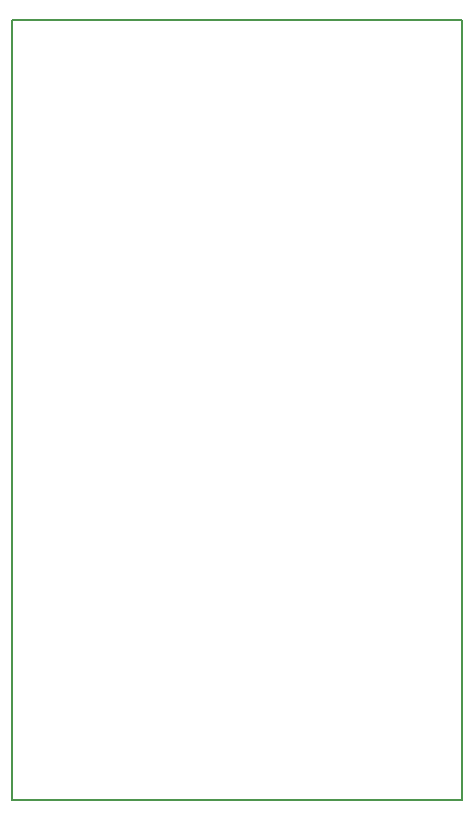
<source format=gko>
G04 #@! TF.FileFunction,Profile,NP*
%FSLAX46Y46*%
G04 Gerber Fmt 4.6, Leading zero omitted, Abs format (unit mm)*
G04 Created by KiCad (PCBNEW 4.0.2-stable) date 12/06/2016 3:02:18 PM*
%MOMM*%
G01*
G04 APERTURE LIST*
%ADD10C,0.100000*%
%ADD11C,0.200000*%
%ADD12C,0.150000*%
G04 APERTURE END LIST*
D10*
D11*
X133350000Y-134620000D02*
X171450000Y-134620000D01*
X133350000Y-68580000D02*
X133350000Y-134620000D01*
X171450000Y-68580000D02*
X171450000Y-134620000D01*
D12*
X133350000Y-68580000D02*
X171450000Y-68580000D01*
M02*

</source>
